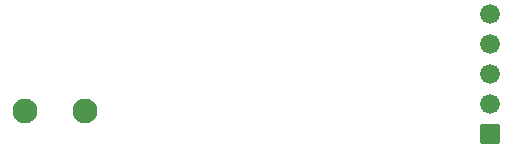
<source format=gbs>
%TF.GenerationSoftware,KiCad,Pcbnew,8.0.8*%
%TF.CreationDate,2025-02-03T12:57:40+08:00*%
%TF.ProjectId,vibration_detection_v02,76696272-6174-4696-9f6e-5f6465746563,rev?*%
%TF.SameCoordinates,Original*%
%TF.FileFunction,Soldermask,Bot*%
%TF.FilePolarity,Negative*%
%FSLAX46Y46*%
G04 Gerber Fmt 4.6, Leading zero omitted, Abs format (unit mm)*
G04 Created by KiCad (PCBNEW 8.0.8) date 2025-02-03 12:57:40*
%MOMM*%
%LPD*%
G01*
G04 APERTURE LIST*
G04 Aperture macros list*
%AMRoundRect*
0 Rectangle with rounded corners*
0 $1 Rounding radius*
0 $2 $3 $4 $5 $6 $7 $8 $9 X,Y pos of 4 corners*
0 Add a 4 corners polygon primitive as box body*
4,1,4,$2,$3,$4,$5,$6,$7,$8,$9,$2,$3,0*
0 Add four circle primitives for the rounded corners*
1,1,$1+$1,$2,$3*
1,1,$1+$1,$4,$5*
1,1,$1+$1,$6,$7*
1,1,$1+$1,$8,$9*
0 Add four rect primitives between the rounded corners*
20,1,$1+$1,$2,$3,$4,$5,0*
20,1,$1+$1,$4,$5,$6,$7,0*
20,1,$1+$1,$6,$7,$8,$9,0*
20,1,$1+$1,$8,$9,$2,$3,0*%
G04 Aperture macros list end*
%ADD10RoundRect,0.050800X0.787400X-0.787400X0.787400X0.787400X-0.787400X0.787400X-0.787400X-0.787400X0*%
%ADD11C,1.676400*%
%ADD12C,2.101600*%
G04 APERTURE END LIST*
D10*
%TO.C,J1*%
X167068500Y-112649000D03*
D11*
X167068500Y-110109000D03*
X167068500Y-107569000D03*
X167068500Y-105029000D03*
X167068500Y-102489000D03*
%TD*%
D12*
%TO.C,P1*%
X132778500Y-110744000D03*
X127698500Y-110744000D03*
%TD*%
M02*

</source>
